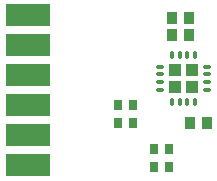
<source format=gtp>
G04 Layer_Color=7318015*
%FSLAX25Y25*%
%MOIN*%
G70*
G01*
G75*
%ADD10R,0.15000X0.07600*%
%ADD11R,0.03150X0.03740*%
%ADD12R,0.03740X0.04134*%
%ADD27R,0.04331X0.04331*%
%ADD28R,0.04331X0.04331*%
%ADD29O,0.01181X0.03150*%
%ADD30O,0.03150X0.01181*%
D10*
X112500Y455000D02*
D03*
Y465000D02*
D03*
Y475000D02*
D03*
Y485000D02*
D03*
Y445000D02*
D03*
Y435000D02*
D03*
D11*
X147559Y449000D02*
D03*
X142441D02*
D03*
X147559Y455000D02*
D03*
X142441D02*
D03*
X159559Y440500D02*
D03*
X154441D02*
D03*
X159559Y434500D02*
D03*
X154441D02*
D03*
D12*
X160583Y478500D02*
D03*
X166291D02*
D03*
X160583Y484000D02*
D03*
X166291D02*
D03*
X166462Y449000D02*
D03*
X172170D02*
D03*
D27*
X167193Y466756D02*
D03*
X161681Y461244D02*
D03*
D28*
Y466756D02*
D03*
X167193Y461244D02*
D03*
D29*
X160598Y471776D02*
D03*
X163157D02*
D03*
X165717D02*
D03*
X168276D02*
D03*
Y456224D02*
D03*
X165717D02*
D03*
X163157D02*
D03*
X160598D02*
D03*
D30*
X172213Y467839D02*
D03*
Y465279D02*
D03*
Y462720D02*
D03*
Y460161D02*
D03*
X156661D02*
D03*
Y462720D02*
D03*
Y465279D02*
D03*
Y467839D02*
D03*
M02*

</source>
